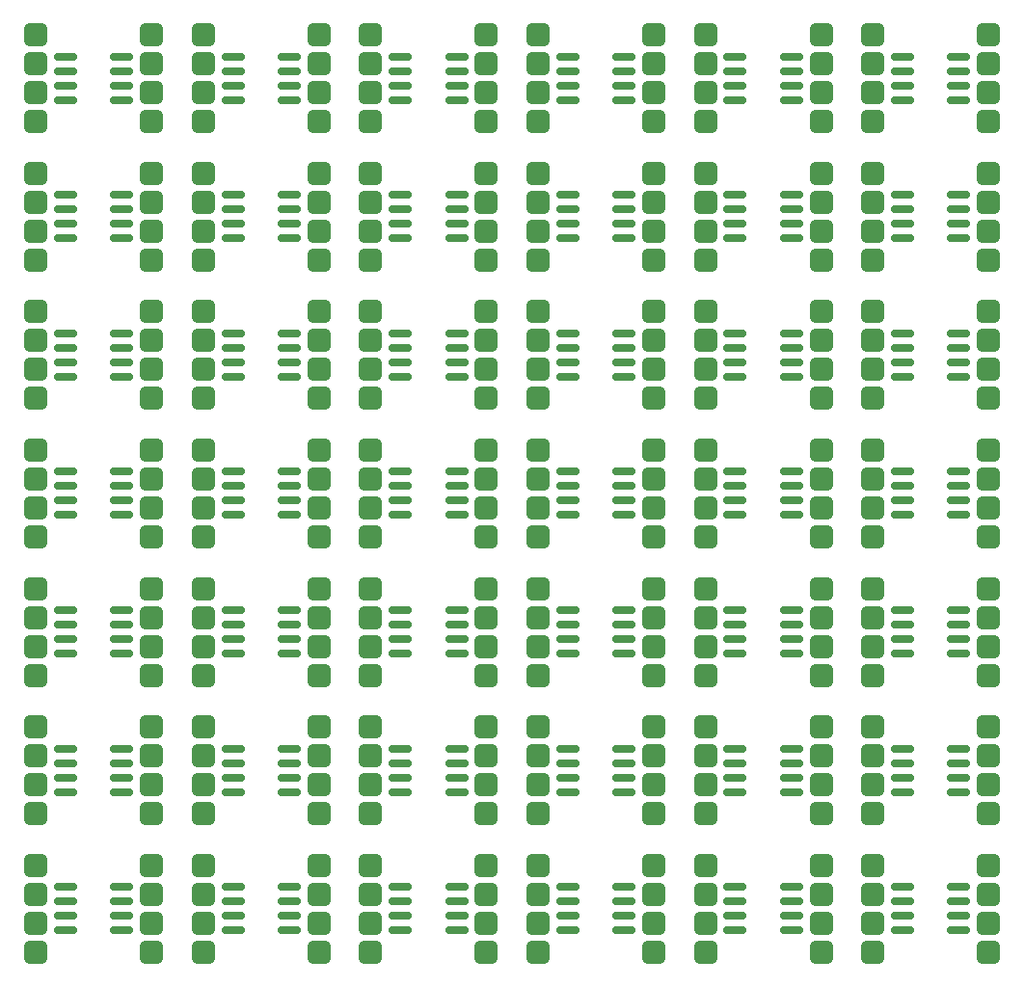
<source format=gbr>
%TF.GenerationSoftware,KiCad,Pcbnew,7.0.10-7.0.10~ubuntu22.04.1*%
%TF.CreationDate,2024-02-05T19:49:33+01:00*%
%TF.ProjectId,ManhattanPanels-SOIC8,4d616e68-6174-4746-916e-50616e656c73,rev?*%
%TF.SameCoordinates,Original*%
%TF.FileFunction,Paste,Top*%
%TF.FilePolarity,Positive*%
%FSLAX46Y46*%
G04 Gerber Fmt 4.6, Leading zero omitted, Abs format (unit mm)*
G04 Created by KiCad (PCBNEW 7.0.10-7.0.10~ubuntu22.04.1) date 2024-02-05 19:49:33*
%MOMM*%
%LPD*%
G01*
G04 APERTURE LIST*
G04 Aperture macros list*
%AMRoundRect*
0 Rectangle with rounded corners*
0 $1 Rounding radius*
0 $2 $3 $4 $5 $6 $7 $8 $9 X,Y pos of 4 corners*
0 Add a 4 corners polygon primitive as box body*
4,1,4,$2,$3,$4,$5,$6,$7,$8,$9,$2,$3,0*
0 Add four circle primitives for the rounded corners*
1,1,$1+$1,$2,$3*
1,1,$1+$1,$4,$5*
1,1,$1+$1,$6,$7*
1,1,$1+$1,$8,$9*
0 Add four rect primitives between the rounded corners*
20,1,$1+$1,$2,$3,$4,$5,0*
20,1,$1+$1,$4,$5,$6,$7,0*
20,1,$1+$1,$6,$7,$8,$9,0*
20,1,$1+$1,$8,$9,$2,$3,0*%
G04 Aperture macros list end*
%ADD10RoundRect,0.400000X-0.600000X-0.600000X0.600000X-0.600000X0.600000X0.600000X-0.600000X0.600000X0*%
%ADD11RoundRect,0.150000X-0.825000X-0.150000X0.825000X-0.150000X0.825000X0.150000X-0.825000X0.150000X0*%
G04 APERTURE END LIST*
D10*
%TO.C,J8*%
X146230000Y-97690000D03*
%TD*%
D11*
%TO.C,U1*%
X138675000Y-91975000D03*
X138675000Y-93245000D03*
X138675000Y-94515000D03*
X138675000Y-95785000D03*
X143625000Y-95785000D03*
X143625000Y-94515000D03*
X143625000Y-93245000D03*
X143625000Y-91975000D03*
%TD*%
D10*
%TO.C,J4*%
X175630000Y-70830000D03*
%TD*%
%TO.C,J3*%
X165470000Y-49050000D03*
%TD*%
%TO.C,J2*%
X180170000Y-92610000D03*
%TD*%
%TO.C,J2*%
X136070000Y-104770000D03*
%TD*%
%TO.C,J3*%
X136070000Y-109850000D03*
%TD*%
%TO.C,J8*%
X190330000Y-61210000D03*
%TD*%
%TO.C,J2*%
X165470000Y-92610000D03*
%TD*%
%TO.C,J5*%
X190330000Y-31810000D03*
%TD*%
%TO.C,J1*%
X136070000Y-90070000D03*
%TD*%
%TO.C,J8*%
X160930000Y-97690000D03*
%TD*%
%TO.C,J1*%
X121370000Y-90070000D03*
%TD*%
D11*
%TO.C,U1*%
X182775000Y-43335000D03*
X182775000Y-44605000D03*
X182775000Y-45875000D03*
X182775000Y-47145000D03*
X187725000Y-47145000D03*
X187725000Y-45875000D03*
X187725000Y-44605000D03*
X187725000Y-43335000D03*
%TD*%
D10*
%TO.C,J4*%
X116830000Y-46510000D03*
%TD*%
%TO.C,J7*%
X106670000Y-46510000D03*
%TD*%
%TO.C,J8*%
X131530000Y-61210000D03*
%TD*%
%TO.C,J3*%
X150770000Y-85530000D03*
%TD*%
%TO.C,J5*%
X160930000Y-104770000D03*
%TD*%
%TO.C,J3*%
X180170000Y-73370000D03*
%TD*%
%TO.C,J1*%
X180170000Y-102230000D03*
%TD*%
%TO.C,J7*%
X150770000Y-82990000D03*
%TD*%
D11*
%TO.C,U1*%
X123975000Y-79815000D03*
X123975000Y-81085000D03*
X123975000Y-82355000D03*
X123975000Y-83625000D03*
X128925000Y-83625000D03*
X128925000Y-82355000D03*
X128925000Y-81085000D03*
X128925000Y-79815000D03*
%TD*%
D10*
%TO.C,J4*%
X116830000Y-34350000D03*
%TD*%
%TO.C,J3*%
X106670000Y-109850000D03*
%TD*%
%TO.C,J7*%
X121370000Y-95150000D03*
%TD*%
%TO.C,J4*%
X160930000Y-107310000D03*
%TD*%
%TO.C,J8*%
X175630000Y-109850000D03*
%TD*%
%TO.C,J8*%
X116830000Y-61210000D03*
%TD*%
D11*
%TO.C,U1*%
X168075000Y-55495000D03*
X168075000Y-56765000D03*
X168075000Y-58035000D03*
X168075000Y-59305000D03*
X173025000Y-59305000D03*
X173025000Y-58035000D03*
X173025000Y-56765000D03*
X173025000Y-55495000D03*
%TD*%
D10*
%TO.C,J2*%
X121370000Y-43970000D03*
%TD*%
%TO.C,J4*%
X146230000Y-95150000D03*
%TD*%
%TO.C,J1*%
X106670000Y-102230000D03*
%TD*%
%TO.C,J2*%
X121370000Y-31810000D03*
%TD*%
%TO.C,J1*%
X121370000Y-41430000D03*
%TD*%
%TO.C,J5*%
X116830000Y-43970000D03*
%TD*%
%TO.C,J7*%
X106670000Y-107310000D03*
%TD*%
%TO.C,J6*%
X160930000Y-53590000D03*
%TD*%
%TO.C,J2*%
X150770000Y-92610000D03*
%TD*%
%TO.C,J4*%
X131530000Y-82990000D03*
%TD*%
%TO.C,J4*%
X175630000Y-46510000D03*
%TD*%
%TO.C,J6*%
X190330000Y-65750000D03*
%TD*%
%TO.C,J8*%
X116830000Y-97690000D03*
%TD*%
%TO.C,J3*%
X106670000Y-85530000D03*
%TD*%
%TO.C,J7*%
X136070000Y-70830000D03*
%TD*%
%TO.C,J7*%
X165470000Y-46510000D03*
%TD*%
%TO.C,J2*%
X136070000Y-68290000D03*
%TD*%
%TO.C,J8*%
X175630000Y-73370000D03*
%TD*%
%TO.C,J3*%
X180170000Y-49050000D03*
%TD*%
%TO.C,J5*%
X146230000Y-104770000D03*
%TD*%
%TO.C,J6*%
X175630000Y-90070000D03*
%TD*%
%TO.C,J6*%
X146230000Y-65750000D03*
%TD*%
%TO.C,J7*%
X136070000Y-107310000D03*
%TD*%
D11*
%TO.C,U1*%
X153375000Y-31175000D03*
X153375000Y-32445000D03*
X153375000Y-33715000D03*
X153375000Y-34985000D03*
X158325000Y-34985000D03*
X158325000Y-33715000D03*
X158325000Y-32445000D03*
X158325000Y-31175000D03*
%TD*%
D10*
%TO.C,J4*%
X131530000Y-70830000D03*
%TD*%
%TO.C,J7*%
X180170000Y-95150000D03*
%TD*%
D11*
%TO.C,U1*%
X109275000Y-104135000D03*
X109275000Y-105405000D03*
X109275000Y-106675000D03*
X109275000Y-107945000D03*
X114225000Y-107945000D03*
X114225000Y-106675000D03*
X114225000Y-105405000D03*
X114225000Y-104135000D03*
%TD*%
D10*
%TO.C,J6*%
X131530000Y-53590000D03*
%TD*%
%TO.C,J8*%
X160930000Y-85530000D03*
%TD*%
%TO.C,J5*%
X116830000Y-80450000D03*
%TD*%
D11*
%TO.C,U1*%
X123975000Y-43335000D03*
X123975000Y-44605000D03*
X123975000Y-45875000D03*
X123975000Y-47145000D03*
X128925000Y-47145000D03*
X128925000Y-45875000D03*
X128925000Y-44605000D03*
X128925000Y-43335000D03*
%TD*%
D10*
%TO.C,J4*%
X131530000Y-107310000D03*
%TD*%
%TO.C,J5*%
X160930000Y-92610000D03*
%TD*%
%TO.C,J7*%
X150770000Y-70830000D03*
%TD*%
%TO.C,J3*%
X150770000Y-109850000D03*
%TD*%
%TO.C,J3*%
X150770000Y-49050000D03*
%TD*%
%TO.C,J6*%
X190330000Y-90070000D03*
%TD*%
%TO.C,J3*%
X136070000Y-49050000D03*
%TD*%
D11*
%TO.C,U1*%
X138675000Y-67655000D03*
X138675000Y-68925000D03*
X138675000Y-70195000D03*
X138675000Y-71465000D03*
X143625000Y-71465000D03*
X143625000Y-70195000D03*
X143625000Y-68925000D03*
X143625000Y-67655000D03*
%TD*%
D10*
%TO.C,J7*%
X150770000Y-58670000D03*
%TD*%
%TO.C,J8*%
X116830000Y-85530000D03*
%TD*%
%TO.C,J7*%
X106670000Y-34350000D03*
%TD*%
%TO.C,J1*%
X150770000Y-77910000D03*
%TD*%
%TO.C,J4*%
X160930000Y-46510000D03*
%TD*%
%TO.C,J7*%
X150770000Y-46510000D03*
%TD*%
%TO.C,J4*%
X190330000Y-34350000D03*
%TD*%
%TO.C,J3*%
X136070000Y-36890000D03*
%TD*%
%TO.C,J5*%
X175630000Y-92610000D03*
%TD*%
%TO.C,J8*%
X131530000Y-36890000D03*
%TD*%
%TO.C,J2*%
X150770000Y-31810000D03*
%TD*%
%TO.C,J3*%
X106670000Y-49050000D03*
%TD*%
%TO.C,J6*%
X131530000Y-102230000D03*
%TD*%
%TO.C,J6*%
X175630000Y-65750000D03*
%TD*%
%TO.C,J5*%
X146230000Y-56130000D03*
%TD*%
%TO.C,J8*%
X160930000Y-49050000D03*
%TD*%
%TO.C,J4*%
X160930000Y-70830000D03*
%TD*%
%TO.C,J6*%
X190330000Y-29270000D03*
%TD*%
%TO.C,J6*%
X146230000Y-29270000D03*
%TD*%
D11*
%TO.C,U1*%
X168075000Y-104135000D03*
X168075000Y-105405000D03*
X168075000Y-106675000D03*
X168075000Y-107945000D03*
X173025000Y-107945000D03*
X173025000Y-106675000D03*
X173025000Y-105405000D03*
X173025000Y-104135000D03*
%TD*%
%TO.C,U1*%
X138675000Y-79815000D03*
X138675000Y-81085000D03*
X138675000Y-82355000D03*
X138675000Y-83625000D03*
X143625000Y-83625000D03*
X143625000Y-82355000D03*
X143625000Y-81085000D03*
X143625000Y-79815000D03*
%TD*%
D10*
%TO.C,J6*%
X175630000Y-29270000D03*
%TD*%
%TO.C,J8*%
X131530000Y-73370000D03*
%TD*%
%TO.C,J5*%
X160930000Y-56130000D03*
%TD*%
%TO.C,J5*%
X160930000Y-31810000D03*
%TD*%
%TO.C,J1*%
X136070000Y-29270000D03*
%TD*%
%TO.C,J3*%
X165470000Y-73370000D03*
%TD*%
%TO.C,J1*%
X106670000Y-65750000D03*
%TD*%
%TO.C,J8*%
X146230000Y-85530000D03*
%TD*%
%TO.C,J7*%
X121370000Y-58670000D03*
%TD*%
%TO.C,J7*%
X121370000Y-82990000D03*
%TD*%
%TO.C,J4*%
X190330000Y-70830000D03*
%TD*%
%TO.C,J4*%
X146230000Y-34350000D03*
%TD*%
%TO.C,J2*%
X150770000Y-80450000D03*
%TD*%
%TO.C,J3*%
X106670000Y-61210000D03*
%TD*%
%TO.C,J2*%
X106670000Y-80450000D03*
%TD*%
%TO.C,J2*%
X136070000Y-31810000D03*
%TD*%
%TO.C,J1*%
X180170000Y-41430000D03*
%TD*%
%TO.C,J3*%
X150770000Y-36890000D03*
%TD*%
%TO.C,J8*%
X116830000Y-73370000D03*
%TD*%
D11*
%TO.C,U1*%
X182775000Y-104135000D03*
X182775000Y-105405000D03*
X182775000Y-106675000D03*
X182775000Y-107945000D03*
X187725000Y-107945000D03*
X187725000Y-106675000D03*
X187725000Y-105405000D03*
X187725000Y-104135000D03*
%TD*%
D10*
%TO.C,J7*%
X165470000Y-82990000D03*
%TD*%
%TO.C,J2*%
X136070000Y-80450000D03*
%TD*%
%TO.C,J5*%
X116830000Y-104770000D03*
%TD*%
%TO.C,J2*%
X180170000Y-31810000D03*
%TD*%
%TO.C,J5*%
X190330000Y-80450000D03*
%TD*%
%TO.C,J4*%
X175630000Y-34350000D03*
%TD*%
%TO.C,J1*%
X136070000Y-41430000D03*
%TD*%
%TO.C,J8*%
X146230000Y-73370000D03*
%TD*%
%TO.C,J1*%
X150770000Y-65750000D03*
%TD*%
D11*
%TO.C,U1*%
X138675000Y-43335000D03*
X138675000Y-44605000D03*
X138675000Y-45875000D03*
X138675000Y-47145000D03*
X143625000Y-47145000D03*
X143625000Y-45875000D03*
X143625000Y-44605000D03*
X143625000Y-43335000D03*
%TD*%
D10*
%TO.C,J3*%
X136070000Y-97690000D03*
%TD*%
%TO.C,J2*%
X165470000Y-43970000D03*
%TD*%
%TO.C,J8*%
X160930000Y-109850000D03*
%TD*%
%TO.C,J4*%
X116830000Y-95150000D03*
%TD*%
D11*
%TO.C,U1*%
X123975000Y-55495000D03*
X123975000Y-56765000D03*
X123975000Y-58035000D03*
X123975000Y-59305000D03*
X128925000Y-59305000D03*
X128925000Y-58035000D03*
X128925000Y-56765000D03*
X128925000Y-55495000D03*
%TD*%
%TO.C,U1*%
X153375000Y-91975000D03*
X153375000Y-93245000D03*
X153375000Y-94515000D03*
X153375000Y-95785000D03*
X158325000Y-95785000D03*
X158325000Y-94515000D03*
X158325000Y-93245000D03*
X158325000Y-91975000D03*
%TD*%
%TO.C,U1*%
X109275000Y-79815000D03*
X109275000Y-81085000D03*
X109275000Y-82355000D03*
X109275000Y-83625000D03*
X114225000Y-83625000D03*
X114225000Y-82355000D03*
X114225000Y-81085000D03*
X114225000Y-79815000D03*
%TD*%
D10*
%TO.C,J4*%
X131530000Y-95150000D03*
%TD*%
%TO.C,J2*%
X121370000Y-104770000D03*
%TD*%
%TO.C,J5*%
X131530000Y-80450000D03*
%TD*%
%TO.C,J5*%
X131530000Y-104770000D03*
%TD*%
%TO.C,J4*%
X160930000Y-34350000D03*
%TD*%
%TO.C,J7*%
X180170000Y-34350000D03*
%TD*%
%TO.C,J5*%
X160930000Y-68290000D03*
%TD*%
%TO.C,J5*%
X190330000Y-43970000D03*
%TD*%
%TO.C,J6*%
X160930000Y-102230000D03*
%TD*%
%TO.C,J2*%
X165470000Y-68290000D03*
%TD*%
%TO.C,J6*%
X116830000Y-29270000D03*
%TD*%
D11*
%TO.C,U1*%
X182775000Y-55495000D03*
X182775000Y-56765000D03*
X182775000Y-58035000D03*
X182775000Y-59305000D03*
X187725000Y-59305000D03*
X187725000Y-58035000D03*
X187725000Y-56765000D03*
X187725000Y-55495000D03*
%TD*%
D10*
%TO.C,J1*%
X180170000Y-90070000D03*
%TD*%
%TO.C,J7*%
X180170000Y-58670000D03*
%TD*%
%TO.C,J1*%
X106670000Y-90070000D03*
%TD*%
%TO.C,J6*%
X175630000Y-102230000D03*
%TD*%
%TO.C,J4*%
X190330000Y-82990000D03*
%TD*%
%TO.C,J4*%
X146230000Y-107310000D03*
%TD*%
%TO.C,J2*%
X165470000Y-56130000D03*
%TD*%
%TO.C,J2*%
X180170000Y-104770000D03*
%TD*%
%TO.C,J5*%
X190330000Y-68290000D03*
%TD*%
%TO.C,J4*%
X146230000Y-70830000D03*
%TD*%
D11*
%TO.C,U1*%
X138675000Y-55495000D03*
X138675000Y-56765000D03*
X138675000Y-58035000D03*
X138675000Y-59305000D03*
X143625000Y-59305000D03*
X143625000Y-58035000D03*
X143625000Y-56765000D03*
X143625000Y-55495000D03*
%TD*%
%TO.C,U1*%
X109275000Y-31175000D03*
X109275000Y-32445000D03*
X109275000Y-33715000D03*
X109275000Y-34985000D03*
X114225000Y-34985000D03*
X114225000Y-33715000D03*
X114225000Y-32445000D03*
X114225000Y-31175000D03*
%TD*%
D10*
%TO.C,J5*%
X175630000Y-104770000D03*
%TD*%
%TO.C,J8*%
X146230000Y-36890000D03*
%TD*%
%TO.C,J2*%
X150770000Y-56130000D03*
%TD*%
%TO.C,J4*%
X190330000Y-46510000D03*
%TD*%
%TO.C,J6*%
X175630000Y-77910000D03*
%TD*%
%TO.C,J5*%
X190330000Y-104770000D03*
%TD*%
%TO.C,J4*%
X116830000Y-58670000D03*
%TD*%
%TO.C,J2*%
X180170000Y-80450000D03*
%TD*%
%TO.C,J6*%
X190330000Y-53590000D03*
%TD*%
%TO.C,J5*%
X131530000Y-68290000D03*
%TD*%
%TO.C,J6*%
X146230000Y-102230000D03*
%TD*%
%TO.C,J6*%
X146230000Y-41430000D03*
%TD*%
%TO.C,J7*%
X165470000Y-70830000D03*
%TD*%
%TO.C,J1*%
X121370000Y-65750000D03*
%TD*%
%TO.C,J4*%
X175630000Y-82990000D03*
%TD*%
%TO.C,J2*%
X121370000Y-68290000D03*
%TD*%
%TO.C,J4*%
X190330000Y-95150000D03*
%TD*%
%TO.C,J6*%
X131530000Y-41430000D03*
%TD*%
D11*
%TO.C,U1*%
X168075000Y-31175000D03*
X168075000Y-32445000D03*
X168075000Y-33715000D03*
X168075000Y-34985000D03*
X173025000Y-34985000D03*
X173025000Y-33715000D03*
X173025000Y-32445000D03*
X173025000Y-31175000D03*
%TD*%
D10*
%TO.C,J3*%
X136070000Y-61210000D03*
%TD*%
%TO.C,J1*%
X165470000Y-65750000D03*
%TD*%
%TO.C,J6*%
X131530000Y-77910000D03*
%TD*%
%TO.C,J3*%
X136070000Y-73370000D03*
%TD*%
%TO.C,J2*%
X136070000Y-43970000D03*
%TD*%
%TO.C,J7*%
X150770000Y-34350000D03*
%TD*%
%TO.C,J5*%
X131530000Y-43970000D03*
%TD*%
%TO.C,J8*%
X190330000Y-97690000D03*
%TD*%
%TO.C,J8*%
X160930000Y-73370000D03*
%TD*%
%TO.C,J4*%
X160930000Y-58670000D03*
%TD*%
%TO.C,J7*%
X106670000Y-95150000D03*
%TD*%
%TO.C,J4*%
X175630000Y-58670000D03*
%TD*%
%TO.C,J8*%
X175630000Y-85530000D03*
%TD*%
D11*
%TO.C,U1*%
X153375000Y-67655000D03*
X153375000Y-68925000D03*
X153375000Y-70195000D03*
X153375000Y-71465000D03*
X158325000Y-71465000D03*
X158325000Y-70195000D03*
X158325000Y-68925000D03*
X158325000Y-67655000D03*
%TD*%
D10*
%TO.C,J7*%
X165470000Y-95150000D03*
%TD*%
%TO.C,J4*%
X146230000Y-58670000D03*
%TD*%
%TO.C,J6*%
X190330000Y-41430000D03*
%TD*%
%TO.C,J6*%
X146230000Y-90070000D03*
%TD*%
%TO.C,J1*%
X180170000Y-53590000D03*
%TD*%
%TO.C,J1*%
X136070000Y-102230000D03*
%TD*%
%TO.C,J2*%
X165470000Y-104770000D03*
%TD*%
%TO.C,J3*%
X165470000Y-109850000D03*
%TD*%
%TO.C,J2*%
X106670000Y-68290000D03*
%TD*%
%TO.C,J2*%
X150770000Y-104770000D03*
%TD*%
%TO.C,J1*%
X165470000Y-41430000D03*
%TD*%
%TO.C,J1*%
X121370000Y-77910000D03*
%TD*%
%TO.C,J1*%
X121370000Y-53590000D03*
%TD*%
%TO.C,J1*%
X150770000Y-102230000D03*
%TD*%
%TO.C,J3*%
X165470000Y-85530000D03*
%TD*%
D11*
%TO.C,U1*%
X138675000Y-31175000D03*
X138675000Y-32445000D03*
X138675000Y-33715000D03*
X138675000Y-34985000D03*
X143625000Y-34985000D03*
X143625000Y-33715000D03*
X143625000Y-32445000D03*
X143625000Y-31175000D03*
%TD*%
D10*
%TO.C,J6*%
X160930000Y-77910000D03*
%TD*%
%TO.C,J6*%
X160930000Y-41430000D03*
%TD*%
%TO.C,J4*%
X146230000Y-46510000D03*
%TD*%
%TO.C,J5*%
X131530000Y-92610000D03*
%TD*%
%TO.C,J8*%
X175630000Y-36890000D03*
%TD*%
%TO.C,J2*%
X165470000Y-31810000D03*
%TD*%
%TO.C,J3*%
X165470000Y-36890000D03*
%TD*%
%TO.C,J1*%
X165470000Y-29270000D03*
%TD*%
%TO.C,J2*%
X180170000Y-43970000D03*
%TD*%
%TO.C,J4*%
X175630000Y-95150000D03*
%TD*%
%TO.C,J8*%
X146230000Y-49050000D03*
%TD*%
%TO.C,J8*%
X116830000Y-109850000D03*
%TD*%
%TO.C,J6*%
X175630000Y-41430000D03*
%TD*%
%TO.C,J3*%
X121370000Y-109850000D03*
%TD*%
%TO.C,J7*%
X180170000Y-107310000D03*
%TD*%
%TO.C,J7*%
X150770000Y-107310000D03*
%TD*%
%TO.C,J3*%
X165470000Y-61210000D03*
%TD*%
%TO.C,J6*%
X116830000Y-90070000D03*
%TD*%
%TO.C,J3*%
X150770000Y-73370000D03*
%TD*%
D11*
%TO.C,U1*%
X182775000Y-67655000D03*
X182775000Y-68925000D03*
X182775000Y-70195000D03*
X182775000Y-71465000D03*
X187725000Y-71465000D03*
X187725000Y-70195000D03*
X187725000Y-68925000D03*
X187725000Y-67655000D03*
%TD*%
D10*
%TO.C,J2*%
X150770000Y-43970000D03*
%TD*%
%TO.C,J2*%
X106670000Y-104770000D03*
%TD*%
D11*
%TO.C,U1*%
X123975000Y-91975000D03*
X123975000Y-93245000D03*
X123975000Y-94515000D03*
X123975000Y-95785000D03*
X128925000Y-95785000D03*
X128925000Y-94515000D03*
X128925000Y-93245000D03*
X128925000Y-91975000D03*
%TD*%
D10*
%TO.C,J7*%
X121370000Y-70830000D03*
%TD*%
%TO.C,J2*%
X121370000Y-92610000D03*
%TD*%
%TO.C,J6*%
X160930000Y-90070000D03*
%TD*%
D11*
%TO.C,U1*%
X123975000Y-31175000D03*
X123975000Y-32445000D03*
X123975000Y-33715000D03*
X123975000Y-34985000D03*
X128925000Y-34985000D03*
X128925000Y-33715000D03*
X128925000Y-32445000D03*
X128925000Y-31175000D03*
%TD*%
D10*
%TO.C,J4*%
X131530000Y-46510000D03*
%TD*%
D11*
%TO.C,U1*%
X182775000Y-31175000D03*
X182775000Y-32445000D03*
X182775000Y-33715000D03*
X182775000Y-34985000D03*
X187725000Y-34985000D03*
X187725000Y-33715000D03*
X187725000Y-32445000D03*
X187725000Y-31175000D03*
%TD*%
D10*
%TO.C,J2*%
X106670000Y-31810000D03*
%TD*%
%TO.C,J6*%
X190330000Y-102230000D03*
%TD*%
%TO.C,J2*%
X150770000Y-68290000D03*
%TD*%
%TO.C,J4*%
X175630000Y-107310000D03*
%TD*%
%TO.C,J7*%
X165470000Y-107310000D03*
%TD*%
%TO.C,J2*%
X180170000Y-56130000D03*
%TD*%
%TO.C,J6*%
X146230000Y-53590000D03*
%TD*%
%TO.C,J4*%
X116830000Y-82990000D03*
%TD*%
%TO.C,J7*%
X136070000Y-95150000D03*
%TD*%
%TO.C,J4*%
X116830000Y-70830000D03*
%TD*%
%TO.C,J7*%
X121370000Y-46510000D03*
%TD*%
%TO.C,J2*%
X106670000Y-43970000D03*
%TD*%
D11*
%TO.C,U1*%
X109275000Y-55495000D03*
X109275000Y-56765000D03*
X109275000Y-58035000D03*
X109275000Y-59305000D03*
X114225000Y-59305000D03*
X114225000Y-58035000D03*
X114225000Y-56765000D03*
X114225000Y-55495000D03*
%TD*%
%TO.C,U1*%
X123975000Y-67655000D03*
X123975000Y-68925000D03*
X123975000Y-70195000D03*
X123975000Y-71465000D03*
X128925000Y-71465000D03*
X128925000Y-70195000D03*
X128925000Y-68925000D03*
X128925000Y-67655000D03*
%TD*%
D10*
%TO.C,J8*%
X190330000Y-36890000D03*
%TD*%
%TO.C,J8*%
X146230000Y-109850000D03*
%TD*%
%TO.C,J5*%
X175630000Y-68290000D03*
%TD*%
%TO.C,J3*%
X180170000Y-61210000D03*
%TD*%
%TO.C,J6*%
X116830000Y-53590000D03*
%TD*%
%TO.C,J5*%
X116830000Y-68290000D03*
%TD*%
%TO.C,J1*%
X150770000Y-41430000D03*
%TD*%
%TO.C,J5*%
X116830000Y-56130000D03*
%TD*%
%TO.C,J4*%
X160930000Y-95150000D03*
%TD*%
%TO.C,J1*%
X106670000Y-53590000D03*
%TD*%
%TO.C,J4*%
X190330000Y-58670000D03*
%TD*%
%TO.C,J5*%
X146230000Y-31810000D03*
%TD*%
%TO.C,J1*%
X180170000Y-65750000D03*
%TD*%
%TO.C,J2*%
X121370000Y-80450000D03*
%TD*%
%TO.C,J5*%
X190330000Y-56130000D03*
%TD*%
%TO.C,J1*%
X165470000Y-77910000D03*
%TD*%
%TO.C,J8*%
X175630000Y-49050000D03*
%TD*%
%TO.C,J6*%
X116830000Y-41430000D03*
%TD*%
D11*
%TO.C,U1*%
X138675000Y-104135000D03*
X138675000Y-105405000D03*
X138675000Y-106675000D03*
X138675000Y-107945000D03*
X143625000Y-107945000D03*
X143625000Y-106675000D03*
X143625000Y-105405000D03*
X143625000Y-104135000D03*
%TD*%
%TO.C,U1*%
X123975000Y-104135000D03*
X123975000Y-105405000D03*
X123975000Y-106675000D03*
X123975000Y-107945000D03*
X128925000Y-107945000D03*
X128925000Y-106675000D03*
X128925000Y-105405000D03*
X128925000Y-104135000D03*
%TD*%
D10*
%TO.C,J2*%
X136070000Y-56130000D03*
%TD*%
%TO.C,J1*%
X106670000Y-41430000D03*
%TD*%
%TO.C,J3*%
X180170000Y-85530000D03*
%TD*%
%TO.C,J7*%
X165470000Y-34350000D03*
%TD*%
D11*
%TO.C,U1*%
X168075000Y-43335000D03*
X168075000Y-44605000D03*
X168075000Y-45875000D03*
X168075000Y-47145000D03*
X173025000Y-47145000D03*
X173025000Y-45875000D03*
X173025000Y-44605000D03*
X173025000Y-43335000D03*
%TD*%
%TO.C,U1*%
X153375000Y-79815000D03*
X153375000Y-81085000D03*
X153375000Y-82355000D03*
X153375000Y-83625000D03*
X158325000Y-83625000D03*
X158325000Y-82355000D03*
X158325000Y-81085000D03*
X158325000Y-79815000D03*
%TD*%
D10*
%TO.C,J5*%
X116830000Y-31810000D03*
%TD*%
%TO.C,J6*%
X160930000Y-65750000D03*
%TD*%
%TO.C,J8*%
X131530000Y-85530000D03*
%TD*%
%TO.C,J8*%
X175630000Y-61210000D03*
%TD*%
%TO.C,J8*%
X190330000Y-73370000D03*
%TD*%
%TO.C,J3*%
X121370000Y-73370000D03*
%TD*%
%TO.C,J1*%
X121370000Y-29270000D03*
%TD*%
%TO.C,J5*%
X160930000Y-43970000D03*
%TD*%
%TO.C,J3*%
X121370000Y-85530000D03*
%TD*%
%TO.C,J8*%
X175630000Y-97690000D03*
%TD*%
%TO.C,J8*%
X160930000Y-61210000D03*
%TD*%
%TO.C,J7*%
X180170000Y-46510000D03*
%TD*%
%TO.C,J4*%
X190330000Y-107310000D03*
%TD*%
%TO.C,J8*%
X190330000Y-49050000D03*
%TD*%
D11*
%TO.C,U1*%
X109275000Y-91975000D03*
X109275000Y-93245000D03*
X109275000Y-94515000D03*
X109275000Y-95785000D03*
X114225000Y-95785000D03*
X114225000Y-94515000D03*
X114225000Y-93245000D03*
X114225000Y-91975000D03*
%TD*%
D10*
%TO.C,J8*%
X131530000Y-109850000D03*
%TD*%
%TO.C,J5*%
X146230000Y-80450000D03*
%TD*%
%TO.C,J5*%
X190330000Y-92610000D03*
%TD*%
%TO.C,J7*%
X121370000Y-107310000D03*
%TD*%
D11*
%TO.C,U1*%
X109275000Y-43335000D03*
X109275000Y-44605000D03*
X109275000Y-45875000D03*
X109275000Y-47145000D03*
X114225000Y-47145000D03*
X114225000Y-45875000D03*
X114225000Y-44605000D03*
X114225000Y-43335000D03*
%TD*%
D10*
%TO.C,J7*%
X106670000Y-82990000D03*
%TD*%
%TO.C,J6*%
X116830000Y-65750000D03*
%TD*%
%TO.C,J1*%
X165470000Y-53590000D03*
%TD*%
%TO.C,J4*%
X131530000Y-58670000D03*
%TD*%
%TO.C,J6*%
X131530000Y-29270000D03*
%TD*%
%TO.C,J6*%
X131530000Y-65750000D03*
%TD*%
%TO.C,J4*%
X160930000Y-82990000D03*
%TD*%
%TO.C,J7*%
X106670000Y-58670000D03*
%TD*%
%TO.C,J6*%
X190330000Y-77910000D03*
%TD*%
%TO.C,J5*%
X175630000Y-56130000D03*
%TD*%
%TO.C,J7*%
X180170000Y-70830000D03*
%TD*%
D11*
%TO.C,U1*%
X153375000Y-43335000D03*
X153375000Y-44605000D03*
X153375000Y-45875000D03*
X153375000Y-47145000D03*
X158325000Y-47145000D03*
X158325000Y-45875000D03*
X158325000Y-44605000D03*
X158325000Y-43335000D03*
%TD*%
D10*
%TO.C,J4*%
X146230000Y-82990000D03*
%TD*%
%TO.C,J3*%
X121370000Y-36890000D03*
%TD*%
%TO.C,J8*%
X116830000Y-36890000D03*
%TD*%
%TO.C,J3*%
X180170000Y-36890000D03*
%TD*%
%TO.C,J7*%
X180170000Y-82990000D03*
%TD*%
%TO.C,J6*%
X116830000Y-77910000D03*
%TD*%
%TO.C,J7*%
X136070000Y-46510000D03*
%TD*%
%TO.C,J5*%
X116830000Y-92610000D03*
%TD*%
%TO.C,J7*%
X106670000Y-70830000D03*
%TD*%
%TO.C,J5*%
X175630000Y-31810000D03*
%TD*%
%TO.C,J3*%
X165470000Y-97690000D03*
%TD*%
%TO.C,J5*%
X146230000Y-43970000D03*
%TD*%
%TO.C,J3*%
X136070000Y-85530000D03*
%TD*%
%TO.C,J2*%
X165470000Y-80450000D03*
%TD*%
%TO.C,J4*%
X116830000Y-107310000D03*
%TD*%
D11*
%TO.C,U1*%
X168075000Y-79815000D03*
X168075000Y-81085000D03*
X168075000Y-82355000D03*
X168075000Y-83625000D03*
X173025000Y-83625000D03*
X173025000Y-82355000D03*
X173025000Y-81085000D03*
X173025000Y-79815000D03*
%TD*%
%TO.C,U1*%
X153375000Y-55495000D03*
X153375000Y-56765000D03*
X153375000Y-58035000D03*
X153375000Y-59305000D03*
X158325000Y-59305000D03*
X158325000Y-58035000D03*
X158325000Y-56765000D03*
X158325000Y-55495000D03*
%TD*%
D10*
%TO.C,J1*%
X150770000Y-90070000D03*
%TD*%
D11*
%TO.C,U1*%
X168075000Y-91975000D03*
X168075000Y-93245000D03*
X168075000Y-94515000D03*
X168075000Y-95785000D03*
X173025000Y-95785000D03*
X173025000Y-94515000D03*
X173025000Y-93245000D03*
X173025000Y-91975000D03*
%TD*%
%TO.C,U1*%
X109275000Y-67655000D03*
X109275000Y-68925000D03*
X109275000Y-70195000D03*
X109275000Y-71465000D03*
X114225000Y-71465000D03*
X114225000Y-70195000D03*
X114225000Y-68925000D03*
X114225000Y-67655000D03*
%TD*%
D10*
%TO.C,J1*%
X136070000Y-65750000D03*
%TD*%
%TO.C,J8*%
X160930000Y-36890000D03*
%TD*%
%TO.C,J1*%
X150770000Y-29270000D03*
%TD*%
%TO.C,J8*%
X131530000Y-97690000D03*
%TD*%
%TO.C,J8*%
X190330000Y-109850000D03*
%TD*%
%TO.C,J4*%
X131530000Y-34350000D03*
%TD*%
%TO.C,J6*%
X116830000Y-102230000D03*
%TD*%
%TO.C,J7*%
X136070000Y-82990000D03*
%TD*%
D11*
%TO.C,U1*%
X182775000Y-79815000D03*
X182775000Y-81085000D03*
X182775000Y-82355000D03*
X182775000Y-83625000D03*
X187725000Y-83625000D03*
X187725000Y-82355000D03*
X187725000Y-81085000D03*
X187725000Y-79815000D03*
%TD*%
D10*
%TO.C,J2*%
X106670000Y-92610000D03*
%TD*%
%TO.C,J2*%
X121370000Y-56130000D03*
%TD*%
%TO.C,J7*%
X136070000Y-34350000D03*
%TD*%
%TO.C,J3*%
X150770000Y-97690000D03*
%TD*%
%TO.C,J1*%
X136070000Y-77910000D03*
%TD*%
%TO.C,J5*%
X131530000Y-31810000D03*
%TD*%
%TO.C,J6*%
X160930000Y-29270000D03*
%TD*%
%TO.C,J3*%
X150770000Y-61210000D03*
%TD*%
%TO.C,J5*%
X175630000Y-80450000D03*
%TD*%
%TO.C,J6*%
X146230000Y-77910000D03*
%TD*%
%TO.C,J5*%
X131530000Y-56130000D03*
%TD*%
%TO.C,J3*%
X121370000Y-97690000D03*
%TD*%
%TO.C,J2*%
X106670000Y-56130000D03*
%TD*%
%TO.C,J1*%
X180170000Y-77910000D03*
%TD*%
%TO.C,J7*%
X150770000Y-95150000D03*
%TD*%
%TO.C,J8*%
X146230000Y-61210000D03*
%TD*%
%TO.C,J2*%
X136070000Y-92610000D03*
%TD*%
%TO.C,J3*%
X180170000Y-97690000D03*
%TD*%
%TO.C,J1*%
X106670000Y-29270000D03*
%TD*%
%TO.C,J5*%
X160930000Y-80450000D03*
%TD*%
%TO.C,J5*%
X146230000Y-92610000D03*
%TD*%
%TO.C,J1*%
X121370000Y-102230000D03*
%TD*%
%TO.C,J3*%
X121370000Y-61210000D03*
%TD*%
%TO.C,J1*%
X150770000Y-53590000D03*
%TD*%
%TO.C,J1*%
X165470000Y-90070000D03*
%TD*%
%TO.C,J5*%
X175630000Y-43970000D03*
%TD*%
%TO.C,J7*%
X121370000Y-34350000D03*
%TD*%
%TO.C,J7*%
X136070000Y-58670000D03*
%TD*%
%TO.C,J8*%
X131530000Y-49050000D03*
%TD*%
%TO.C,J2*%
X180170000Y-68290000D03*
%TD*%
%TO.C,J5*%
X146230000Y-68290000D03*
%TD*%
%TO.C,J1*%
X165470000Y-102230000D03*
%TD*%
%TO.C,J8*%
X190330000Y-85530000D03*
%TD*%
%TO.C,J1*%
X136070000Y-53590000D03*
%TD*%
D11*
%TO.C,U1*%
X168075000Y-67655000D03*
X168075000Y-68925000D03*
X168075000Y-70195000D03*
X168075000Y-71465000D03*
X173025000Y-71465000D03*
X173025000Y-70195000D03*
X173025000Y-68925000D03*
X173025000Y-67655000D03*
%TD*%
D10*
%TO.C,J1*%
X180170000Y-29270000D03*
%TD*%
%TO.C,J3*%
X106670000Y-36890000D03*
%TD*%
%TO.C,J3*%
X106670000Y-97690000D03*
%TD*%
D11*
%TO.C,U1*%
X182775000Y-91975000D03*
X182775000Y-93245000D03*
X182775000Y-94515000D03*
X182775000Y-95785000D03*
X187725000Y-95785000D03*
X187725000Y-94515000D03*
X187725000Y-93245000D03*
X187725000Y-91975000D03*
%TD*%
D10*
%TO.C,J6*%
X131530000Y-90070000D03*
%TD*%
%TO.C,J3*%
X106670000Y-73370000D03*
%TD*%
D11*
%TO.C,U1*%
X153375000Y-104135000D03*
X153375000Y-105405000D03*
X153375000Y-106675000D03*
X153375000Y-107945000D03*
X158325000Y-107945000D03*
X158325000Y-106675000D03*
X158325000Y-105405000D03*
X158325000Y-104135000D03*
%TD*%
D10*
%TO.C,J6*%
X175630000Y-53590000D03*
%TD*%
%TO.C,J3*%
X121370000Y-49050000D03*
%TD*%
%TO.C,J8*%
X116830000Y-49050000D03*
%TD*%
%TO.C,J7*%
X165470000Y-58670000D03*
%TD*%
%TO.C,J3*%
X180170000Y-109850000D03*
%TD*%
%TO.C,J1*%
X106670000Y-77910000D03*
%TD*%
M02*

</source>
